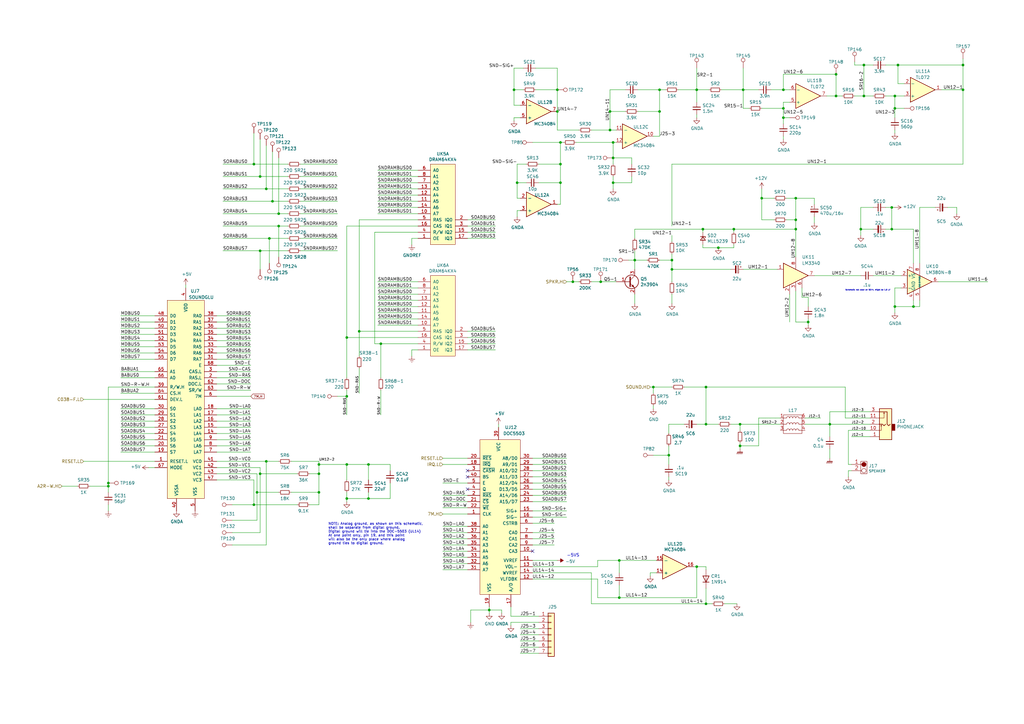
<source format=kicad_sch>
(kicad_sch (version 20211123) (generator eeschema)
  (paper "A3")
  (title_block (title "Sound") (rev "2") (company "bald.ee/bitpreserve") (comment 1 "ROM3 / 1 Mb IIgs") (comment 2 "Redrawn by james@baldengineer"))
  (junction (at 312.42 81.28))
  (junction (at 326.39 90.17))
  (junction (at 229.87 58.42))
  (junction (at 251.46 64.77))
  (junction (at 267.97 158.75))
  (junction (at 142.24 190.5))
  (junction (at 275.59 110.49))
  (junction (at 106.68 102.87))
  (junction (at 104.14 67.31))
  (junction (at 260.35 106.68))
  (junction (at 234.95 115.57))
  (junction (at 212.09 74.93))
  (junction (at 321.31 44.45))
  (junction (at 156.21 140.97))
  (junction (at 274.32 186.69))
  (junction (at 142.24 204.47))
  (junction (at 130.81 201.93))
  (junction (at 251.46 74.93))
  (junction (at 109.22 189.23))
  (junction (at 270.51 36.83))
  (junction (at 353.06 93.98))
  (junction (at 228.6 45.72))
  (junction (at 229.87 74.93))
  (junction (at 394.97 36.83))
  (junction (at 367.03 44.45))
  (junction (at 106.68 72.39))
  (junction (at 368.3 26.67))
  (junction (at 342.9 39.37))
  (junction (at 289.56 173.99))
  (junction (at 289.56 158.75))
  (junction (at 288.29 93.98))
  (junction (at 147.32 135.89))
  (junction (at 106.68 194.31))
  (junction (at 285.75 232.41))
  (junction (at 326.39 93.98))
  (junction (at 374.65 125.73))
  (junction (at 285.75 36.83))
  (junction (at 44.45 199.39))
  (junction (at 289.56 247.65))
  (junction (at 250.19 53.34))
  (junction (at 321.31 36.83))
  (junction (at 367.03 125.73))
  (junction (at 394.97 26.67))
  (junction (at 321.31 48.26))
  (junction (at 110.49 97.79))
  (junction (at 109.22 77.47))
  (junction (at 229.87 67.31))
  (junction (at 303.53 173.99))
  (junction (at 342.9 30.48))
  (junction (at 228.6 36.83))
  (junction (at 275.59 106.68))
  (junction (at 326.39 81.28))
  (junction (at 142.24 162.56))
  (junction (at 250.19 45.72))
  (junction (at 210.82 36.83))
  (junction (at 300.99 93.98))
  (junction (at 114.3 87.63))
  (junction (at 142.24 138.43))
  (junction (at 270.51 45.72))
  (junction (at 354.33 26.67))
  (junction (at 111.76 82.55))
  (junction (at 367.03 39.37))
  (junction (at 365.76 93.98))
  (junction (at 354.33 39.37))
  (junction (at 151.13 190.5))
  (junction (at 151.13 204.47))
  (junction (at 105.41 201.93))
  (junction (at 294.64 101.6))
  (junction (at 303.53 182.88))
  (junction (at 104.14 207.01))
  (junction (at 340.36 173.99))
  (junction (at 331.47 132.08))
  (junction (at 246.38 115.57))
  (junction (at 254 229.87))
  (junction (at 251.46 58.42))
  (junction (at 365.76 85.09))
  (junction (at 130.81 190.5))
  (junction (at 200.66 250.19))
  (junction (at 304.8 36.83))
  (junction (at 254 245.11))
  (junction (at 44.45 198.12))
  (junction (at 130.81 194.31))
  (junction (at 114.3 92.71))
  (no_connect (at 191.77 195.58))
  (no_connect (at 218.44 226.06))
  (no_connect (at 191.77 200.66))
  (no_connect (at 191.77 193.04))
  (wire (pts (xy 227.33 223.52) (xy 218.44 223.52)))
  (wire (pts (xy 171.45 128.27) (xy 154.94 128.27)))
  (wire (pts (xy 289.56 241.3) (xy 289.56 247.65)))
  (wire (pts (xy 210.82 36.83) (xy 214.63 36.83)))
  (wire (pts (xy 160.02 193.04) (xy 160.02 190.5)))
  (wire (pts (xy 218.44 218.44) (xy 227.33 218.44)))
  (wire (pts (xy 218.44 234.95) (xy 242.57 234.95)))
  (wire (pts (xy 358.14 113.03) (xy 369.57 113.03)))
  (wire (pts (xy 49.53 177.8) (xy 63.5 177.8)))
  (wire (pts (xy 91.44 67.31) (xy 104.14 67.31)))
  (wire (pts (xy 110.49 107.95) (xy 110.49 97.79)))
  (wire (pts (xy 218.44 237.49) (xy 245.11 237.49)))
  (wire (pts (xy 44.45 207.01) (xy 44.45 209.55)))
  (wire (pts (xy 218.44 232.41) (xy 245.11 232.41)))
  (wire (pts (xy 367.03 44.45) (xy 370.84 44.45)))
  (wire (pts (xy 104.14 207.01) (xy 104.14 196.85)))
  (wire (pts (xy 285.75 245.11) (xy 285.75 232.41)))
  (wire (pts (xy 119.38 201.93) (xy 130.81 201.93)))
  (wire (pts (xy 171.45 85.09) (xy 154.94 85.09)))
  (wire (pts (xy 374.65 107.95) (xy 374.65 93.98)))
  (wire (pts (xy 49.53 129.54) (xy 63.5 129.54)))
  (wire (pts (xy 88.9 167.64) (xy 102.87 167.64)))
  (wire (pts (xy 142.24 190.5) (xy 130.81 190.5)))
  (wire (pts (xy 88.9 137.16) (xy 102.87 137.16)))
  (wire (pts (xy 228.6 27.94) (xy 228.6 36.83)))
  (wire (pts (xy 63.5 191.77) (xy 60.96 191.77)))
  (wire (pts (xy 312.42 90.17) (xy 312.42 81.28)))
  (wire (pts (xy 88.9 191.77) (xy 106.68 191.77)))
  (wire (pts (xy 328.93 118.11) (xy 328.93 121.92)))
  (wire (pts (xy 303.53 181.61) (xy 303.53 182.88)))
  (wire (pts (xy 267.97 186.69) (xy 274.32 186.69)))
  (wire (pts (xy 88.9 154.94) (xy 102.87 154.94)))
  (wire (pts (xy 114.3 201.93) (xy 105.41 201.93)))
  (wire (pts (xy 289.56 173.99) (xy 294.64 173.99)))
  (wire (pts (xy 251.46 74.93) (xy 251.46 72.39)))
  (wire (pts (xy 91.44 82.55) (xy 111.76 82.55)))
  (wire (pts (xy 88.9 185.42) (xy 102.87 185.42)))
  (wire (pts (xy 44.45 158.75) (xy 63.5 158.75)))
  (wire (pts (xy 218.44 205.74) (xy 232.41 205.74)))
  (wire (pts (xy 215.9 74.93) (xy 212.09 74.93)))
  (wire (pts (xy 213.36 81.28) (xy 212.09 81.28)))
  (wire (pts (xy 44.45 198.12) (xy 44.45 199.39)))
  (wire (pts (xy 171.45 82.55) (xy 154.94 82.55)))
  (wire (pts (xy 191.77 203.2) (xy 181.61 203.2)))
  (wire (pts (xy 203.2 97.79) (xy 191.77 97.79)))
  (wire (pts (xy 300.99 93.98) (xy 288.29 93.98)))
  (wire (pts (xy 369.57 118.11) (xy 367.03 118.11)))
  (wire (pts (xy 130.81 194.31) (xy 130.81 190.5)))
  (wire (pts (xy 212.09 86.36) (xy 212.09 88.9)))
  (wire (pts (xy 311.15 182.88) (xy 303.53 182.88)))
  (wire (pts (xy 260.35 106.68) (xy 260.35 110.49)))
  (wire (pts (xy 88.9 170.18) (xy 102.87 170.18)))
  (wire (pts (xy 347.98 176.53) (xy 356.87 176.53)))
  (wire (pts (xy 191.77 220.98) (xy 181.61 220.98)))
  (wire (pts (xy 123.19 82.55) (xy 138.43 82.55)))
  (wire (pts (xy 160.02 198.12) (xy 160.02 204.47)))
  (wire (pts (xy 114.3 92.71) (xy 118.11 92.71)))
  (wire (pts (xy 191.77 226.06) (xy 181.61 226.06)))
  (wire (pts (xy 267.97 158.75) (xy 267.97 161.29)))
  (wire (pts (xy 105.41 213.36) (xy 105.41 201.93)))
  (wire (pts (xy 106.68 102.87) (xy 118.11 102.87)))
  (wire (pts (xy 218.44 193.04) (xy 232.41 193.04)))
  (wire (pts (xy 363.22 85.09) (xy 365.76 85.09)))
  (wire (pts (xy 321.31 44.45) (xy 321.31 48.26)))
  (wire (pts (xy 323.85 48.26) (xy 321.31 48.26)))
  (wire (pts (xy 251.46 58.42) (xy 251.46 64.77)))
  (wire (pts (xy 171.45 120.65) (xy 154.94 120.65)))
  (wire (pts (xy 285.75 173.99) (xy 289.56 173.99)))
  (wire (pts (xy 299.72 173.99) (xy 303.53 173.99)))
  (wire (pts (xy 388.62 85.09) (xy 392.43 85.09)))
  (wire (pts (xy 121.92 207.01) (xy 104.14 207.01)))
  (wire (pts (xy 257.81 106.68) (xy 260.35 106.68)))
  (wire (pts (xy 252.73 58.42) (xy 251.46 58.42)))
  (wire (pts (xy 210.82 48.26) (xy 210.82 49.53)))
  (wire (pts (xy 303.53 182.88) (xy 303.53 184.15)))
  (wire (pts (xy 88.9 182.88) (xy 102.87 182.88)))
  (wire (pts (xy 218.44 209.55) (xy 232.41 209.55)))
  (wire (pts (xy 394.97 26.67) (xy 394.97 36.83)))
  (wire (pts (xy 105.41 201.93) (xy 105.41 194.31)))
  (wire (pts (xy 106.68 72.39) (xy 118.11 72.39)))
  (wire (pts (xy 288.29 101.6) (xy 294.64 101.6)))
  (wire (pts (xy 212.09 67.31) (xy 215.9 67.31)))
  (wire (pts (xy 191.77 190.5) (xy 181.61 190.5)))
  (wire (pts (xy 88.9 144.78) (xy 102.87 144.78)))
  (wire (pts (xy 88.9 189.23) (xy 109.22 189.23)))
  (wire (pts (xy 49.53 182.88) (xy 63.5 182.88)))
  (wire (pts (xy 95.25 213.36) (xy 105.41 213.36)))
  (wire (pts (xy 261.62 36.83) (xy 270.51 36.83)))
  (wire (pts (xy 109.22 223.52) (xy 109.22 189.23)))
  (wire (pts (xy 130.81 201.93) (xy 130.81 194.31)))
  (wire (pts (xy 334.01 88.9) (xy 334.01 91.44)))
  (wire (pts (xy 303.53 173.99) (xy 320.04 173.99)))
  (wire (pts (xy 275.59 96.52) (xy 275.59 99.06)))
  (wire (pts (xy 347.98 176.53) (xy 347.98 190.5)))
  (wire (pts (xy 219.71 27.94) (xy 228.6 27.94)))
  (wire (pts (xy 49.53 147.32) (xy 63.5 147.32)))
  (wire (pts (xy 363.22 93.98) (xy 365.76 93.98)))
  (wire (pts (xy 209.55 248.92) (xy 209.55 252.73)))
  (wire (pts (xy 49.53 175.26) (xy 63.5 175.26)))
  (wire (pts (xy 374.65 93.98) (xy 365.76 93.98)))
  (wire (pts (xy 213.36 260.35) (xy 220.98 260.35)))
  (wire (pts (xy 213.36 267.97) (xy 220.98 267.97)))
  (wire (pts (xy 237.49 53.34) (xy 228.6 53.34)))
  (wire (pts (xy 354.33 26.67) (xy 358.14 26.67)))
  (wire (pts (xy 181.61 228.6) (xy 191.77 228.6)))
  (wire (pts (xy 88.9 147.32) (xy 102.87 147.32)))
  (wire (pts (xy 106.68 110.49) (xy 106.68 102.87)))
  (wire (pts (xy 394.97 24.13) (xy 394.97 26.67)))
  (wire (pts (xy 256.54 36.83) (xy 250.19 36.83)))
  (wire (pts (xy 114.3 189.23) (xy 109.22 189.23)))
  (wire (pts (xy 104.14 54.61) (xy 104.14 67.31)))
  (wire (pts (xy 254 245.11) (xy 285.75 245.11)))
  (wire (pts (xy 367.03 53.34) (xy 367.03 54.61)))
  (wire (pts (xy 147.32 135.89) (xy 147.32 146.05)))
  (wire (pts (xy 142.24 204.47) (xy 142.24 205.74)))
  (wire (pts (xy 111.76 82.55) (xy 118.11 82.55)))
  (wire (pts (xy 377.19 125.73) (xy 374.65 125.73)))
  (wire (pts (xy 88.9 152.4) (xy 102.87 152.4)))
  (wire (pts (xy 228.6 36.83) (xy 228.6 45.72)))
  (wire (pts (xy 49.53 152.4) (xy 63.5 152.4)))
  (wire (pts (xy 342.9 39.37) (xy 345.44 39.37)))
  (wire (pts (xy 218.44 198.12) (xy 232.41 198.12)))
  (wire (pts (xy 242.57 115.57) (xy 246.38 115.57)))
  (wire (pts (xy 321.31 36.83) (xy 321.31 30.48)))
  (wire (pts (xy 274.32 186.69) (xy 274.32 190.5)))
  (wire (pts (xy 220.98 74.93) (xy 229.87 74.93)))
  (wire (pts (xy 326.39 93.98) (xy 326.39 105.41)))
  (wire (pts (xy 213.36 265.43) (xy 220.98 265.43)))
  (wire (pts (xy 171.45 133.35) (xy 154.94 133.35)))
  (wire (pts (xy 290.83 36.83) (xy 285.75 36.83)))
  (wire (pts (xy 349.25 179.07) (xy 356.87 179.07)))
  (wire (pts (xy 245.11 245.11) (xy 254 245.11)))
  (wire (pts (xy 171.45 74.93) (xy 154.94 74.93)))
  (wire (pts (xy 384.81 115.57) (xy 405.13 115.57)))
  (wire (pts (xy 110.49 97.79) (xy 118.11 97.79)))
  (wire (pts (xy 386.08 36.83) (xy 394.97 36.83)))
  (wire (pts (xy 200.66 250.19) (xy 205.74 250.19)))
  (wire (pts (xy 171.45 95.25) (xy 153.67 95.25)))
  (wire (pts (xy 368.3 26.67) (xy 368.3 34.29)))
  (wire (pts (xy 191.77 215.9) (xy 181.61 215.9)))
  (wire (pts (xy 171.45 118.11) (xy 154.94 118.11)))
  (wire (pts (xy 49.53 139.7) (xy 63.5 139.7)))
  (wire (pts (xy 49.53 172.72) (xy 63.5 172.72)))
  (wire (pts (xy 49.53 180.34) (xy 63.5 180.34)))
  (wire (pts (xy 232.41 115.57) (xy 234.95 115.57)))
  (wire (pts (xy 259.08 74.93) (xy 251.46 74.93)))
  (wire (pts (xy 88.9 194.31) (xy 105.41 194.31)))
  (wire (pts (xy 328.93 121.92) (xy 331.47 121.92)))
  (wire (pts (xy 88.9 172.72) (xy 102.87 172.72)))
  (wire (pts (xy 285.75 36.83) (xy 285.75 27.94)))
  (wire (pts (xy 377.19 85.09) (xy 383.54 85.09)))
  (wire (pts (xy 252.73 53.34) (xy 250.19 53.34)))
  (wire (pts (xy 147.32 151.13) (xy 147.32 161.29)))
  (wire (pts (xy 260.35 106.68) (xy 265.43 106.68)))
  (wire (pts (xy 49.53 154.94) (xy 63.5 154.94)))
  (wire (pts (xy 340.36 184.15) (xy 340.36 187.96)))
  (wire (pts (xy 210.82 36.83) (xy 210.82 27.94)))
  (wire (pts (xy 218.44 229.87) (xy 228.6 229.87)))
  (wire (pts (xy 289.56 247.65) (xy 292.1 247.65)))
  (wire (pts (xy 142.24 162.56) (xy 142.24 170.18)))
  (wire (pts (xy 354.33 39.37) (xy 354.33 26.67)))
  (wire (pts (xy 218.44 190.5) (xy 232.41 190.5)))
  (wire (pts (xy 312.42 44.45) (xy 321.31 44.45)))
  (wire (pts (xy 123.19 97.79) (xy 138.43 97.79)))
  (wire (pts (xy 123.19 72.39) (xy 138.43 72.39)))
  (wire (pts (xy 267.97 55.88) (xy 270.51 55.88)))
  (wire (pts (xy 261.62 45.72) (xy 270.51 45.72)))
  (wire (pts (xy 339.09 39.37) (xy 342.9 39.37)))
  (wire (pts (xy 374.65 125.73) (xy 374.65 123.19)))
  (wire (pts (xy 205.74 250.19) (xy 205.74 251.46)))
  (wire (pts (xy 44.45 199.39) (xy 44.45 201.93)))
  (wire (pts (xy 260.35 93.98) (xy 288.29 93.98)))
  (wire (pts (xy 160.02 204.47) (xy 151.13 204.47)))
  (wire (pts (xy 123.19 67.31) (xy 138.43 67.31)))
  (wire (pts (xy 304.8 27.94) (xy 304.8 36.83)))
  (wire (pts (xy 220.98 67.31) (xy 229.87 67.31)))
  (wire (pts (xy 392.43 85.09) (xy 392.43 87.63)))
  (wire (pts (xy 300.99 93.98) (xy 326.39 93.98)))
  (wire (pts (xy 76.2 116.84) (xy 76.2 118.11)))
  (wire (pts (xy 275.59 67.31) (xy 394.97 67.31)))
  (wire (pts (xy 218.44 200.66) (xy 232.41 200.66)))
  (wire (pts (xy 220.98 255.27) (xy 209.55 255.27)))
  (wire (pts (xy 347.98 193.04) (xy 347.98 195.58)))
  (wire (pts (xy 106.68 57.15) (xy 106.68 72.39)))
  (wire (pts (xy 168.91 97.79) (xy 168.91 100.33)))
  (wire (pts (xy 91.44 77.47) (xy 109.22 77.47)))
  (wire (pts (xy 91.44 92.71) (xy 114.3 92.71)))
  (wire (pts (xy 367.03 48.26) (xy 367.03 44.45)))
  (wire (pts (xy 156.21 160.02) (xy 156.21 170.18)))
  (wire (pts (xy 300.99 95.25) (xy 300.99 93.98)))
  (wire (pts (xy 354.33 39.37) (xy 358.14 39.37)))
  (wire (pts (xy 130.81 190.5) (xy 130.81 189.23)))
  (wire (pts (xy 91.44 102.87) (xy 106.68 102.87)))
  (wire (pts (xy 88.9 157.48) (xy 102.87 157.48)))
  (wire (pts (xy 88.9 132.08) (xy 102.87 132.08)))
  (wire (pts (xy 151.13 196.85) (xy 151.13 190.5)))
  (wire (pts (xy 353.06 96.52) (xy 353.06 93.98)))
  (wire (pts (xy 168.91 143.51) (xy 168.91 146.05)))
  (wire (pts (xy 156.21 140.97) (xy 171.45 140.97)))
  (wire (pts (xy 288.29 100.33) (xy 288.29 101.6)))
  (wire (pts (xy 394.97 67.31) (xy 394.97 36.83)))
  (wire (pts (xy 147.32 90.17) (xy 147.32 135.89)))
  (wire (pts (xy 213.36 86.36) (xy 212.09 86.36)))
  (wire (pts (xy 88.9 160.02) (xy 102.87 160.02)))
  (wire (pts (xy 191.77 135.89) (xy 203.2 135.89)))
  (wire (pts (xy 219.71 36.83) (xy 228.6 36.83)))
  (wire (pts (xy 346.71 171.45) (xy 356.87 171.45)))
  (wire (pts (xy 191.77 95.25) (xy 203.2 95.25)))
  (wire (pts (xy 191.77 140.97) (xy 203.2 140.97)))
  (wire (pts (xy 171.45 115.57) (xy 154.94 115.57)))
  (wire (pts (xy 266.7 234.95) (xy 269.24 234.95)))
  (wire (pts (xy 275.59 120.65) (xy 275.59 124.46)))
  (wire (pts (xy 307.34 44.45) (xy 304.8 44.45)))
  (wire (pts (xy 34.29 163.83) (xy 63.5 163.83)))
  (wire (pts (xy 200.66 248.92) (xy 200.66 250.19)))
  (wire (pts (xy 367.03 125.73) (xy 374.65 125.73)))
  (wire (pts (xy 203.2 138.43) (xy 191.77 138.43)))
  (wire (pts (xy 275.59 104.14) (xy 275.59 106.68)))
  (wire (pts (xy 278.13 36.83) (xy 285.75 36.83)))
  (wire (pts (xy 363.22 26.67) (xy 368.3 26.67)))
  (wire (pts (xy 212.09 81.28) (xy 212.09 74.93)))
  (wire (pts (xy 191.77 205.74) (xy 181.61 205.74)))
  (wire (pts (xy 365.76 93.98) (xy 365.76 85.09)))
  (wire (pts (xy 104.14 67.31) (xy 118.11 67.31)))
  (wire (pts (xy 88.9 139.7) (xy 102.87 139.7)))
  (wire (pts (xy 218.44 214.63) (xy 227.33 214.63)))
  (wire (pts (xy 193.04 250.19) (xy 200.66 250.19)))
  (wire (pts (xy 346.71 158.75) (xy 346.71 171.45)))
  (wire (pts (xy 274.32 182.88) (xy 274.32 186.69)))
  (wire (pts (xy 88.9 162.56) (xy 102.87 162.56)))
  (wire (pts (xy 350.52 26.67) (xy 350.52 25.4)))
  (wire (pts (xy 349.25 190.5) (xy 347.98 190.5)))
  (wire (pts (xy 181.61 233.68) (xy 191.77 233.68)))
  (wire (pts (xy 304.8 36.83) (xy 311.15 36.83)))
  (wire (pts (xy 250.19 45.72) (xy 256.54 45.72)))
  (wire (pts (xy 250.19 53.34) (xy 242.57 53.34)))
  (wire (pts (xy 260.35 102.87) (xy 260.35 106.68)))
  (wire (pts (xy 213.36 262.89) (xy 220.98 262.89)))
  (wire (pts (xy 218.44 212.09) (xy 232.41 212.09)))
  (wire (pts (xy 171.45 69.85) (xy 154.94 69.85)))
  (wire (pts (xy 228.6 83.82) (xy 229.87 83.82)))
  (wire (pts (xy 285.75 41.91) (xy 285.75 36.83)))
  (wire (pts (xy 209.55 252.73) (xy 220.98 252.73)))
  (wire (pts (xy 49.53 185.42) (xy 63.5 185.42)))
  (wire (pts (xy 218.44 58.42) (xy 229.87 58.42)))
  (wire (pts (xy 191.77 90.17) (xy 203.2 90.17)))
  (wire (pts (xy 210.82 27.94) (xy 214.63 27.94)))
  (wire (pts (xy 358.14 85.09) (xy 353.06 85.09)))
  (wire (pts (xy 353.06 93.98) (xy 358.14 93.98)))
  (wire (pts (xy 280.67 158.75) (xy 289.56 158.75)))
  (wire (pts (xy 171.45 80.01) (xy 154.94 80.01)))
  (wire (pts (xy 229.87 58.42) (xy 231.14 58.42)))
  (wire (pts (xy 326.39 132.08) (xy 331.47 132.08)))
  (wire (pts (xy 171.45 97.79) (xy 168.91 97.79)))
  (wire (pts (xy 220.98 257.81) (xy 213.36 257.81)))
  (wire (pts (xy 153.67 140.97) (xy 156.21 140.97)))
  (wire (pts (xy 127 207.01) (xy 130.81 207.01)))
  (wire (pts (xy 109.22 77.47) (xy 118.11 77.47)))
  (wire (pts (xy 245.11 232.41) (xy 245.11 229.87)))
  (wire (pts (xy 171.45 90.17) (xy 147.32 90.17)))
  (wire (pts (xy 229.87 83.82) (xy 229.87 74.93)))
  (wire (pts (xy 274.32 195.58) (xy 274.32 196.85)))
  (wire (pts (xy 322.58 90.17) (xy 326.39 90.17)))
  (wire (pts (xy 340.36 168.91) (xy 340.36 173.99)))
  (wire (pts (xy 242.57 234.95) (xy 242.57 247.65)))
  (wire (pts (xy 284.48 232.41) (xy 285.75 232.41)))
  (wire (pts (xy 288.29 95.25) (xy 288.29 93.98)))
  (wire (pts (xy 353.06 85.09) (xy 353.06 93.98)))
  (wire (pts (xy 88.9 134.62) (xy 102.87 134.62)))
  (wire (pts (xy 91.44 72.39) (xy 106.68 72.39)))
  (wire (pts (xy 171.45 125.73) (xy 154.94 125.73)))
  (wire (pts (xy 342.9 30.48) (xy 342.9 39.37)))
  (wire (pts (xy 123.19 102.87) (xy 138.43 102.87)))
  (wire (pts (xy 200.66 250.19) (xy 200.66 251.46)))
  (wire (pts (xy 212.09 74.93) (xy 212.09 67.31)))
  (wire (pts (xy 121.92 194.31) (xy 106.68 194.31)))
  (wire (pts (xy 311.15 171.45) (xy 311.15 182.88)))
  (wire (pts (xy 331.47 130.81) (xy 331.47 132.08)))
  (wire (pts (xy 142.24 196.85) (xy 142.24 190.5)))
  (wire (pts (xy 142.24 92.71) (xy 142.24 138.43)))
  (wire (pts (xy 88.9 196.85) (xy 104.14 196.85)))
  (wire (pts (xy 251.46 77.47) (xy 251.46 74.93)))
  (wire (pts (xy 191.77 187.96) (xy 181.61 187.96)))
  (wire (pts (xy 49.53 142.24) (xy 63.5 142.24)))
  (wire (pts (xy 331.47 132.08) (xy 331.47 133.35)))
  (wire (pts (xy 171.45 123.19) (xy 154.94 123.19)))
  (wire (pts (xy 259.08 64.77) (xy 251.46 64.77)))
  (wire (pts (xy 321.31 48.26) (xy 321.31 50.8)))
  (wire (pts (xy 209.55 255.27) (xy 209.55 256.54)))
  (wire (pts (xy 234.95 115.57) (xy 237.49 115.57)))
  (wire (pts (xy 321.31 41.91) (xy 321.31 44.45)))
  (wire (pts (xy 377.19 123.19) (xy 377.19 125.73)))
  (wire (pts (xy 91.44 87.63) (xy 114.3 87.63)))
  (wire (pts (xy 367.03 118.11) (xy 367.03 125.73)))
  (wire (pts (xy 312.42 81.28) (xy 317.5 81.28)))
  (wire (pts (xy 254 234.95) (xy 254 229.87)))
  (wire (pts (xy 123.19 77.47) (xy 138.43 77.47)))
  (wire (pts (xy 266.7 234.95) (xy 266.7 236.22)))
  (wire (pts (xy 267.97 166.37) (xy 267.97 167.64)))
  (wire (pts (xy 49.53 132.08) (xy 63.5 132.08)))
  (wire (pts (xy 303.53 173.99) (xy 303.53 176.53)))
  (wire (pts (xy 350.52 39.37) (xy 354.33 39.37)))
  (wire (pts (xy 260.35 97.79) (xy 260.35 93.98)))
  (wire (pts (xy 250.19 36.83) (xy 250.19 45.72)))
  (wire (pts (xy 326.39 90.17) (xy 326.39 81.28)))
  (wire (pts (xy 88.9 142.24) (xy 102.87 142.24)))
  (wire (pts (xy 142.24 160.02) (xy 142.24 162.56)))
  (wire (pts (xy 285.75 46.99) (xy 285.75 48.26)))
  (wire (pts (xy 49.53 144.78) (xy 63.5 144.78)))
  (wire (pts (xy 171.45 72.39) (xy 154.94 72.39)))
  (wire (pts (xy 254 240.03) (xy 254 245.11)))
  (wire (pts (xy 316.23 36.83) (xy 321.31 36.83)))
  (wire (pts (xy 270.51 55.88) (xy 270.51 45.72)))
  (wire (pts (xy 49.53 161.29) (xy 63.5 161.29)))
  (wire (pts (xy 275.59 106.68) (xy 275.59 110.49)))
  (wire (pts (xy 311.15 171.45) (xy 320.04 171.45)))
  (wire (pts (xy 218.44 195.58) (xy 232.41 195.58)))
  (wire (pts (xy 349.25 193.04) (xy 347.98 193.04)))
  (wire (pts (xy 123.19 92.71) (xy 138.43 92.71)))
  (wire (pts (xy 142.24 190.5) (xy 151.13 190.5)))
  (wire (pts (xy 259.08 72.39) (xy 259.08 74.93)))
  (wire (pts (xy 213.36 48.26) (xy 210.82 48.26)))
  (wire (pts (xy 138.43 162.56) (xy 142.24 162.56)))
  (wire (pts (xy 340.36 173.99) (xy 340.36 179.07)))
  (wire (pts (xy 191.77 198.12) (xy 181.61 198.12)))
  (wire (pts (xy 114.3 64.77) (xy 114.3 87.63)))
  (wire (pts (xy 289.56 232.41) (xy 289.56 233.68)))
  (wire (pts (xy 250.19 45.72) (xy 250.19 53.34)))
  (wire (pts (xy 326.39 119.38) (xy 326.39 132.08)))
  (wire (pts (xy 323.85 120.65) (xy 323.85 132.08)))
  (wire (pts (xy 191.77 210.82) (xy 181.61 210.82)))
  (wire (pts (xy 63.5 189.23) (xy 34.29 189.23)))
  (wire (pts (xy 340.36 173.99) (xy 356.87 173.99)))
  (wire (pts (xy 365.76 85.09) (xy 367.03 85.09)))
  (wire (pts (xy 377.19 85.09) (xy 377.19 107.95)))
  (wire (pts (xy 350.52 26.67) (xy 354.33 26.67)))
  (wire (pts (xy 88.9 180.34) (xy 102.87 180.34)))
  (wire (pts (xy 114.3 87.63) (xy 118.11 87.63)))
  (wire (pts (xy 106.68 218.44) (xy 106.68 194.31)))
  (wire (pts (xy 289.56 158.75) (xy 289.56 173.99)))
  (wire (pts (xy 171.45 130.81) (xy 154.94 130.81)))
  (wire (pts (xy 109.22 59.69) (xy 109.22 77.47)))
  (wire (pts (xy 127 194.31) (xy 130.81 194.31)))
  (wire (pts (xy 123.19 87.63) (xy 138.43 87.63)))
  (wire (pts (xy 295.91 36.83) (xy 304.8 36.83)))
  (wire (pts (xy 31.75 199.39) (xy 25.4 199.39)))
  (wire (pts (xy 142.24 138.43) (xy 171.45 138.43)))
  (wire (pts (xy 285.75 232.41) (xy 289.56 232.41)))
  (wire (pts (xy 171.45 87.63) (xy 154.94 87.63)))
  (wire (pts (xy 218.44 203.2) (xy 232.41 203.2)))
  (wire (pts (xy 321.31 55.88) (xy 321.31 57.15)))
  (wire (pts (xy 312.42 77.47) (xy 312.42 81.28)))
  (wire (pts (xy 193.04 255.27) (xy 193.04 250.19)))
  (wire (pts (xy 273.05 36.83) (xy 270.51 36.83)))
  (wire (pts (xy 330.2 171.45) (xy 336.55 171.45)))
  (wire (pts (xy 181.61 231.14) (xy 191.77 231.14)))
  (wire (pts (xy 210.82 43.18) (xy 213.36 43.18)))
  (wire (pts (xy 334.01 81.28) (xy 326.39 81.28)))
  (wire (pts (xy 111.76 62.23) (xy 111.76 82.55)))
  (wire (pts (xy 363.22 39.37) (xy 367.03 39.37)))
  (wire (pts (xy 254 229.87) (xy 269.24 229.87)))
  (wire (pts (xy 151.13 204.47) (xy 142.24 204.47)))
  (wire (pts (xy 106.68 194.31) (xy 106.68 191.77)))
  (wire (pts (xy 245.11 237.49) (xy 245.11 245.11)))
  (wire (pts (xy 280.67 173.99) (xy 274.32 173.99)))
  (wire (pts (xy 340.36 168.91) (xy 356.87 168.91)))
  (wire (pts (xy 270.51 45.72) (xy 270.51 36.83)))
  (wire (pts (xy 151.13 190.5) (xy 160.02 190.5)))
  (wire (pts (xy 266.7 158.75) (xy 267.97 158.75)))
  (wire (pts (xy 274.32 173.99) (xy 274.32 177.8)))
  (wire (pts (xy 210.82 43.18) (xy 210.82 36.83)))
  (wire (pts (xy 171.45 92.71) (xy 142.24 92.71)))
  (wire (pts (xy 49.53 137.16) (xy 63.5 137.16)))
  (wire (pts (xy 191.77 223.52) (xy 181.61 223.52)))
  (wire (pts (xy 304.8 44.45) (xy 304.8 36.83)))
  (wire (pts (xy 260.35 120.65) (xy 260.35 124.46)))
  (wire (pts (xy 114.3 105.41) (xy 114.3 92.71)))
  (wire (pts (xy 218.44 220.98) (xy 227.33 220.98)))
  (wire (pts (xy 245.11 229.87) (xy 254 229.87)))
  (wire (pts (xy 95.25 218.44) (xy 106.68 218.44)))
  (wire (pts (xy 300.99 101.6) (xy 300.99 100.33)))
  (wire (pts (xy 151.13 201.93) (xy 151.13 204.47)))
  (wire (pts (xy 142.24 138.43) (xy 142.24 154.94)))
  (wire (pts (xy 340.36 173.99) (xy 330.2 173.99)))
  (wire (pts (xy 191.77 218.44) (xy 181.61 218.44)))
  (wire (pts (xy 251.46 58.42) (xy 236.22 58.42)))
  (wire (pts (xy 218.44 187.96) (xy 232.41 187.96)))
  (wire (pts (xy 275.59 158.75) (xy 267.97 158.75)))
  (wire (pts (xy 367.03 128.27) (xy 367.03 125.73)))
  (wire (pts (xy 153.67 95.25) (xy 153.67 140.97)))
  (wire (pts (xy 130.81 207.01) (xy 130.81 201.93)))
  (wire (pts (xy 242.57 247.65) (xy 289.56 247.65)))
  (wire (pts (xy 367.03 44.45) (xy 367.03 39.37)))
  (wire (pts (xy 289.56 158.75) (xy 346.71 158.75)))
  (wire (pts (xy 304.8 110.49) (xy 318.77 110.49)))
  (wire (pts (xy 334.01 83.82) (xy 334.01 81.28)))
  (wire (pts (xy 203.2 92.71) (xy 191.77 92.71)))
  (wire (pts (xy 275.59 110.49) (xy 299.72 110.49)))
  (wire (pts (xy 259.08 67.31) (xy 259.08 64.77)))
  (wire (pts (xy 171.45 143.51) (xy 168.91 143.51)))
  (wire (pts (xy 95.25 223.52) (xy 109.22 223.52)))
  (wire (pts (xy 228.6 53.34) (xy 228.6 45.72)))
  (wire (pts (xy 88.9 149.86) (xy 102.87 149.86)))
  (wire (pts (xy 156.21 154.94) (xy 156.21 140.97)))
  (wire (pts (xy 275.59 67.31) (xy 275.59 92.71)))
  (wire (pts (xy 297.18 247.65) (xy 302.26 247.65)))
  (wire (pts (xy 229.87 67.31) (xy 229.87 58.42)))
  (wire (pts (xy 88.9 177.8) (xy 102.87 177.8)))
  (wire (pts (xy 142.24 201.93) (xy 142.24 204.47)))
  (wire (pts (xy 326.39 90.17) (xy 326.39 93.98)))
  (wire (pts (xy 368.3 26.67) (xy 394.97 26.67)))
  (wire (pts (xy 88.9 129.54) (xy 102.87 129.54)))
  (wire (pts (xy 323.85 41.91) (xy 321.31 41.91)))
  (wire (pts (xy 229.87 74.93) (xy 229.87 67.31)))
  (wire (pts (xy 171.45 77.47) (xy 154.94 77.47)))
  (wire (pts (xy 246.38 115.57) (xy 252.73 115.57)))
  (wire (pts (xy 191.77 208.28) (xy 181.61 208.28)))
  (wire (pts (xy 353.06 113.03) (xy 334.01 113.03)))
  (wire (pts (xy 147.32 135.89) (xy 171.45 135.89)))
  (wire (pts (xy 95.25 207.01) (xy 104.14 207.01)))
  (wire (pts (xy 326.39 81.28) (xy 322.58 81.28)))
  (wire (pts (xy 203.2 143.51) (xy 191.77 143.51)))
  (wire (pts (xy 321.31 30.48) (xy 342.9 30.48)))
  (wire (pts (xy 49.53 170.18) (xy 63.5 170.18)))
  (wire (pts (xy 368.3 34.29) (xy 370.84 34.29)))
  (wire (pts (xy 367.03 39.37) (xy 370.84 39.37)))
  (wire (pts (xy 251.46 64.77) (xy 251.46 67.31)))
  (wire (pts (xy 204.47 173.99) (xy 204.47 175.26)))
  (wire (pts (xy 49.53 167.64) (xy 63.5 167.64)))
  (wire (pts (xy 331.47 125.73) (xy 331.47 121.92)))
  (wire (pts (xy 275.59 110.49) (xy 275.59 115.57)))
  (wire (pts (xy 294.64 101.6) (xy 300.99 101.6)))
  (wire (pts (xy 130.81 189.23) (xy 119.38 189.23)))
  (wire (pts (xy 49.53 134.62) (xy 63.5 134.62)))
  (wire (pts (xy 270.51 106.68) (xy 275.59 106.68)))
  (wire (pts (xy 312.42 90.17) (xy 317.5 90.17)))
  (wire (pts (xy 323.85 36.83) (xy 321.31 36.83)))
  (wire (pts (xy 91.44 97.79) (xy 110.49 97.79)))
  (wire (pts (xy 44.45 158.75) (xy 44.45 198.12)))
  (wire (pts (xy 36.83 199.39) (xy 44.45 199.39)))
  (wire (pts (xy 88.9 175.26) (xy 102.87 175.26)))
  (text "-5VS" (at 232.41 228.6 0) (effects (font (size 1.27 1.27)) (justify left bottom)))
  (text "NOTE: Analog ground, as shown on this schematic,\nshall be separate from digital ground.\nDigital ground will tie into the DOC-5503 (UL14)\nAt one point only, pin 19, and this point \nwill also be the only place where analog\nground ties to digital ground." (at 134.62 223.52 0) (effects (font (size 0.9906 0.9906)) (justify left bottom)))
  (text "Schematic not clear on SC44, might be 1.0 uF" (at 346.71 119.38 0) (effects (font (size 0.508 0.508)) (justify left bottom)))
  (label "SNDRAMBUSD0" (at 154.94 74.93 0))
  (label "SND-LA6" (at 181.61 231.14 0))
  (label "SORABUS4" (at 102.87 139.7 180))
  (label "SR2-1" (at 285.75 31.75 0))
  (label "SNDRAMBUSD0" (at 154.94 120.65 0))
  (label "SNDRAMBUSD1" (at 154.94 128.27 0))
  (label "SNDRAMBUSD1" (at 154.94 118.11 0))
  (label "SNDRAMBUSD0" (at 154.94 125.73 0))
  (label "SORABUS1" (at 102.87 132.08 180))
  (label "UL14-13" (at 227.33 232.41 180))
  (label "J25-3" (at 270.51 55.88 0))
  (label "MDBUS3" (at 49.53 137.16 0))
  (label "SND-SIG+" (at 232.41 209.55 180))
  (label "J25-7" (at 227.33 223.52 180))
  (label "MDBUS7" (at 49.53 147.32 0))
  (label "SND-R-W" (at 156.21 170.18 90) (effects (font (size 0.9906 0.9906))))
  (label "J12-1" (at 336.55 171.45 180) (effects (font (size 0.9906 0.9906))))
  (label "SORABUS1" (at 91.44 72.39 0))
  (label "UM12-1" (at 314.96 110.49 180))
  (label "SND-SIG-" (at 232.41 212.09 180))
  (label "SND-RAS" (at 181.61 203.2 0))
  (label "J25-7" (at 213.36 267.97 0))
  (label "J25-5" (at 227.33 220.98 180))
  (label "SND-VC1" (at 102.87 191.77 180))
  (label "SORABUS5" (at 91.44 92.71 0))
  (label "SORABUS6" (at 102.87 144.78 180))
  (label "SND-SIG+" (at 210.82 27.94 180))
  (label "UN12-1" (at 275.59 96.52 180))
  (label "SNDRAMBUSD7" (at 138.43 102.87 180))
  (label "SND-LA3" (at 102.87 175.26 180))
  (label "UN12-1" (at 339.09 67.31 180))
  (label "MDBUS4" (at 49.53 139.7 0))
  (label "J25-1" (at 213.36 252.73 0))
  (label "SNDRAMBUSD1" (at 154.94 77.47 0))
  (label "SOADBUS5" (at 49.53 180.34 0))
  (label "SNDRAMBUSD5" (at 138.43 92.71 180))
  (label "UL14-14" (at 227.33 234.95 180))
  (label "SOADBUS2" (at 203.2 95.25 180))
  (label "J12-3" (at 349.25 168.91 0) (effects (font (size 0.9906 0.9906))))
  (label "SND-LA3" (at 181.61 223.52 0))
  (label "SOADBUS7" (at 203.2 143.51 180))
  (label "J12-10" (at 349.25 176.53 0) (effects (font (size 0.9906 0.9906))))
  (label "SNDRAMBUSD0" (at 154.94 69.85 0))
  (label "SND-LA0" (at 102.87 167.64 180))
  (label "J25-4" (at 213.36 260.35 0))
  (label "BABUS0" (at 49.53 154.94 0))
  (label "MDBUS6" (at 49.53 144.78 0))
  (label "SOADBUS1" (at 203.2 92.71 180))
  (label "SNDRAMBUSD1" (at 154.94 133.35 0))
  (label "SNDRAMBUSD1" (at 154.94 82.55 0))
  (label "UL14-12" (at 227.33 237.49 180))
  (label "SNDRAMBUSD0" (at 138.43 67.31 180))
  (label "SR15-1" (at 304.8 44.45 180))
  (label "SND-R-W" (at 102.87 160.02 180))
  (label "SR12-2" (at 312.42 173.99 0) (effects (font (size 0.9906 0.9906))))
  (label "SOADBUS4" (at 203.2 135.89 180))
  (label "SND-LA6" (at 102.87 182.88 180))
  (label "SORABUS0" (at 102.87 129.54 180))
  (label "SOADBUS5" (at 232.41 200.66 180))
  (label "J25-6" (at 213.36 265.43 0))
  (label "SND-LA4" (at 181.61 226.06 0))
  (label "SND-E" (at 102.87 149.86 180))
  (label "SND-VC3" (at 102.87 196.85 180))
  (label "J25-3" (at 213.36 257.81 0))
  (label "SNDRAMBUSD0" (at 154.94 130.81 0))
  (label "SND-SIG-" (at 212.09 67.31 180))
  (label "SOADBUS6" (at 203.2 140.97 180))
  (label "SND-LA2" (at 181.61 220.98 0))
  (label "SORABUS5" (at 102.87 142.24 180))
  (label "SND-R-W.H" (at 49.53 158.75 0))
  (label "UM12-7" (at 349.25 113.03 180))
  (label "SND-RAS" (at 142.24 170.18 90) (effects (font (size 0.9906 0.9906))))
  (label "SND-LA5" (at 181.61 228.6 0))
  (label "UM11-6" (at 405.13 115.57 180))
  (label "SND-DOC" (at 181.61 205.74 0))
  (label "UN12-3" (at 367.03 46.99 180))
  (label "SND-LA4" (at 102.87 177.8 180))
  (label "UM12-6" (at 328.93 121.92 0))
  (label "SND-LA0" (at 181.61 215.9 0))
  (label "BABUA1" (at 49.53 152.4 0))
  (label "UM12-2" (at 323.85 121.92 270))
  (label "SORABUS7" (at 91.44 102.87 0))
  (label "SND-DOC" (at 102.87 157.48 180))
  (label "J12-2" (at 349.25 173.99 0) (effects (font (size 0.9906 0.9906))))
  (label "SOADBUS3" (at 49.53 175.26 0))
  (label "SOADBUS2" (at 232.41 193.04 180))
  (label "UL14-13" (at 256.54 229.87 0))
  (label "J25-4" (at 227.33 218.44 180))
  (label "SOADBUS0" (at 232.41 187.96 180))
  (label "SOADBUS6" (at 232.41 203.2 180))
  (label "SOADBUS3" (at 203.2 97.79 180))
  (label "UN12-1" (at 275.59 92.71 0))
  (label "SND-LA5" (at 102.87 180.34 180))
  (label "SNDRAMBUSD1" (at 154.94 123.19 0))
  (label "SORABUS7" (at 102.87 147.32 180))
  (label "SR16-2" (at 354.33 29.21 270))
  (label "SNDRAMBUSD0" (at 154.94 80.01 0))
  (label "SORABUS3" (at 102.87 137.16 180))
  (label "SOADBUS7" (at 232.41 205.74 180))
  (label "UN12-6" (at 321.31 30.48 0))
  (label "SORABUS4" (at 91.44 87.63 0))
  (label "SORABUS6" (at 91.44 97.79 0))
  (label "MDBUS5" (at 49.53 142.24 0))
  (label "SOADBUS5" (at 203.2 138.43 180))
  (label "MDBUS1" (at 49.53 132.08 0))
  (label "SND-LA7" (at 181.61 233.68 0))
  (label "SND-LA1" (at 181.61 218.44 0))
  (label "SNDRAMBUSD0" (at 154.94 85.09 0))
  (label "SND-R-W" (at 181.61 208.28 0))
  (label "J25-5" (at 213.36 262.89 0))
  (label "MDBUS0" (at 49.53 129.54 0))
  (label "SND-E" (at 181.61 198.12 0))
  (label "SOADBUS0" (at 49.53 167.64 0))
  (label "SOADBUS6" (at 49.53 182.88 0))
  (label "UM12-2" (at 130.81 189.23 0) (effects (font (size 0.9906 0.9906))))
  (label "SND-VC0" (at 102.87 189.23 180))
  (label "SND-VC2" (at 102.87 194.31 180))
  (label "SORABUS2" (at 91.44 77.47 0))
  (label "SOADBUS2" (at 49.53 172.72 0))
  (label "UN14-7" (at 228.6 45.72 0))
  (label "SNDRAMBUSD2" (at 138.43 77.47 180))
  (label "UN12-5" (at 321.31 46.99 0))
  (label "SNDRAMBUSD1" (at 138.43 72.39 180))
  (label "SORABUS2" (at 102.87 134.62 180))
  (label "SNDRAMBUSD6" (at 138.43 97.79 180))
  (label "J12-11" (at 349.25 171.45 0) (effects (font (size 0.9906 0.9906))))
  (label "MDBUS2" (at 49.53 134.62 0))
  (label "SND-LA7" (at 102.87 185.42 180))
  (label "SND-LA2" (at 102.87 172.72 180))
  (label "SOADBUS1" (at 232.41 190.5 180))
  (label "SOADBUS3" (at 232.41 195.58 180))
  (label "SOADBUS1" (at 49.53 170.18 0))
  (label "SNDRAMBUSD1" (at 154.94 72.39 0))
  (label "SOADBUS7" (at 49.53 185.42 0))
  (label "SND-LA1" (at 102.87 170.18 180))
  (label "SNDRAMBUSD0" (at 154.94 115.57 0))
  (label "BABUA2" (at 49.53 161.29 0))
  (label "SOADBUS4" (at 49.53 177.8 0))
  (label "J25-6" (at 227.33 214.63 180))
  (label "SOADBUS0" (at 203.2 90.17 180))
  (label "UL14-12" (at 256.54 245.11 0))
  (label "SORABUS3" (at 91.44 82.55 0))
  (label "SND-RAS" (at 102.87 154.94 180))
  (label "SNDRAMBUSD1" (at 154.94 87.63 0))
  (label "UN12-1" (at 394.97 36.83 180))
  (label "SNDRAMBUSD4" (at 138.43 87.63 180))
  (label "SOADBUS4" (at 232.41 198.12 180))
  (label "UM11-2" (at 367.03 113.03 180))
  (label "SND-CAS" (at 102.87 152.4 180))
  (label "UN14-11" (at 250.19 49.53 90))
  (label "UM11-8" (at 377.19 93.98 270))
  (label "SNDRAMBUSD3" (at 138.43 82.55 180))
  (label "SND-RAS" (at 147.32 161.29 90) (effects (font (size 0.9906 0.9906))))
  (label "J12-1" (at 349.25 179.07 0) (effects (font (size 0.9906 0.9906))))
  (label "SR1-1" (at 260.35 104.14 180))
  (label "Q5-1" (at 247.65 115.57 0))
  (label "UM12-8" (at 326.39 97.79 270))
  (label "SORABUS0" (at 91.44 67.31 0))
  (label "UL14-14" (at 288.29 247.65 180))
  (global_label "7M.H" (shape input) (at 102.87 162.56 0) (effects (font (size 0.9906 0.9906))) (property "Intersheet References" "${INTERSHEET_REFS}" (effects hide)))
  (hierarchical_label "SPKR.H" (shape input) (at 232.41 115.57 180))
  (hierarchical_label "C038-F.L" (shape input) (at 34.29 163.83 180))
  (hierarchical_label "A2R-W.H" (shape input) (at 25.4 199.39 180))
  (hierarchical_label "7M.H" (shape input) (at 181.61 210.82 180))
  (hierarchical_label "SOUND.H" (shape input) (at 266.7 158.75 180))
  (hierarchical_label "RESET.L" (shape input) (at 181.61 187.96 180))
  (hierarchical_label "IRQ.L" (shape input) (at 181.61 190.5 180))
  (hierarchical_label "RESET.L" (shape input) (at 34.29 189.23 180))
  (symbol (lib_id "IIgs-Schematic-rescue:DOC5503-IIgs-Schematic") (at 204.47 212.09 0) (unit 1)
    (property "Reference" "UJ12" (at 209.55 175.26 0))
    (property "Value" "DOC5503" (at 210.82 177.8 0))
  )
  (symbol (lib_id "IIgs-Schematic:DRAM64KX4") (at 181.61 83.82 0) (unit 1)
    (property "Reference" "UK5" (at 181.61 63.119 0))
    (property "Value" "DRAM64KX4" (at 181.61 65.4304 0))
  )
  (symbol (lib_id "IIgs-Schematic:DRAM64KX4") (at 181.61 129.54 0) (unit 1)
    (property "Reference" "UK6" (at 181.61 108.839 0))
    (property "Value" "DRAM64KX4" (at 181.61 111.1504 0))
  )
  (symbol (lib_id "Connector_Generic:Conn_01x07") (at 226.06 260.35 0) (unit 1)
    (property "Reference" "J25" (at 224.79 248.92 0) (effects (justify left)))
    (property "Value" "M07" (effects hide))
  )
  (symbol (lib_id "IIgs-Schematic:SOUNDGLU") (at 76.2 162.56 0) (unit 1)
    (property "Reference" "UJ7" (at 80.01 119.38 0))
    (property "Value" "SOUNDGLU" (at 82.55 121.92 0))
  )
  (symbol (lib_id "IIgs-Schematic-rescue:M02-freetronics_schematic-IIgs-Schematic-rescue") (at 356.87 190.5 0) (unit 1)
    (property "Reference" "J17" (at 356.3112 191.0588 0) (effects (justify left)))
    (property "Value" "SPEAKER" (at 356.3112 193.1924 0) (effects (font (size 1.016 1.016)) (justify left)))
  )
  (symbol (lib_id "power:GNDREF") (at 80.01 209.55 0) (unit 1)
    (property "Reference" "#PWR0328" (effects hide))
    (property "Value" "GNDREF" (effects hide))
  )
  (symbol (lib_id "power:+5V") (at 60.96 191.77 90) (unit 1)
    (property "Reference" "#PWR0326" (effects hide))
    (property "Value" "+5V" (at 57.7088 191.389 90) (effects (justify left)))
  )
  (symbol (lib_id "Connector:TestPoint") (at 44.45 198.12 270) (unit 1)
    (property "Reference" "TP169" (at 49.2252 198.12 90) (effects (justify left)))
    (property "Value" "TestPoint" (effects hide))
  )
  (symbol (lib_id "Device:C_Small") (at 44.45 204.47 0) (unit 1)
    (property "Reference" "SC31" (at 46.7868 203.3016 0) (effects (justify left)))
    (property "Value" "56pF" (at 46.7868 205.613 0) (effects (justify left)))
  )
  (symbol (lib_id "Device:R_Small") (at 34.29 199.39 270) (unit 1)
    (property "Reference" "SR35" (at 34.29 196.85 90))
    (property "Value" "1K" (at 34.29 201.93 90))
  )
  (symbol (lib_id "power:GNDREF") (at 44.45 209.55 0) (unit 1)
    (property "Reference" "#PWR0325" (effects hide))
    (property "Value" "GNDREF" (effects hide))
  )
  (symbol (lib_id "power:+5V") (at 76.2 116.84 0) (unit 1)
    (property "Reference" "#PWR0329" (effects hide))
    (property "Value" "+5V" (at 76.581 112.4458 0))
  )
  (symbol (lib_id "Connector:TestPoint") (at 95.25 207.01 90) (unit 1)
    (property "Reference" "TP130" (at 93.4212 204.3938 90))
    (property "Value" "TestPoint" (effects hide))
  )
  (symbol (lib_id "Connector:TestPoint") (at 95.25 213.36 90) (unit 1)
    (property "Reference" "TP131" (at 93.4212 210.7438 90))
    (property "Value" "TestPoint" (effects hide))
  )
  (symbol (lib_id "Connector:TestPoint") (at 95.25 218.44 90) (unit 1)
    (property "Reference" "TP132" (at 93.4212 215.8238 90))
    (property "Value" "TestPoint" (effects hide))
  )
  (symbol (lib_id "Connector:TestPoint") (at 95.25 223.52 90) (unit 1)
    (property "Reference" "TP129" (at 93.4212 220.9038 90))
    (property "Value" "TestPoint" (effects hide))
  )
  (symbol (lib_id "Device:R_Small") (at 116.84 189.23 270) (unit 1)
    (property "Reference" "SR6" (at 116.84 186.69 90))
    (property "Value" "75K" (at 116.84 191.77 90))
  )
  (symbol (lib_id "Device:R_Small") (at 124.46 194.31 270) (unit 1)
    (property "Reference" "SR7" (at 124.46 191.77 90))
    (property "Value" "36K" (at 124.46 196.85 90))
  )
  (symbol (lib_id "Device:R_Small") (at 116.84 201.93 270) (unit 1)
    (property "Reference" "SR8" (at 116.84 199.39 90))
    (property "Value" "18K" (at 116.84 204.47 90))
  )
  (symbol (lib_id "Device:R_Small") (at 124.46 207.01 270) (unit 1)
    (property "Reference" "SR9" (at 124.46 204.47 90))
    (property "Value" "9.1K" (at 124.46 209.55 90))
  )
  (symbol (lib_id "Device:R_Small") (at 142.24 199.39 180) (unit 1)
    (property "Reference" "SR72" (at 146.05 198.12 0))
    (property "Value" "27K" (at 146.05 200.66 0))
  )
  (symbol (lib_id "Device:C_Small") (at 151.13 199.39 0) (unit 1)
    (property "Reference" "SC41" (at 153.4668 198.2216 0) (effects (justify left)))
    (property "Value" "22uF" (at 153.4668 200.533 0) (effects (justify left)))
  )
  (symbol (lib_id "Device:C_Small") (at 160.02 195.58 0) (unit 1)
    (property "Reference" "SC42" (at 162.3568 194.4116 0) (effects (justify left)))
    (property "Value" "0.1uF" (at 162.3568 196.723 0) (effects (justify left)))
  )
  (symbol (lib_id "power:GNDREF") (at 168.91 100.33 0) (unit 1)
    (property "Reference" "#PWR0331" (effects hide))
    (property "Value" "GNDREF" (at 169.037 104.7242 0))
  )
  (symbol (lib_id "power:GNDREF") (at 168.91 146.05 0) (unit 1)
    (property "Reference" "#PWR0330" (effects hide))
    (property "Value" "GNDREF" (effects hide))
  )
  (symbol (lib_id "Device:R_Small") (at 120.65 67.31 270) (unit 1)
    (property "Reference" "SR21" (at 123.19 69.85 90))
    (property "Value" "220" (at 118.11 69.85 90))
  )
  (symbol (lib_id "Device:R_Small") (at 120.65 72.39 270) (unit 1)
    (property "Reference" "SR22" (at 123.19 74.93 90))
    (property "Value" "220" (at 118.11 74.93 90))
  )
  (symbol (lib_id "Device:R_Small") (at 120.65 77.47 270) (unit 1)
    (property "Reference" "SR23" (at 123.19 80.01 90))
    (property "Value" "220" (at 118.11 80.01 90))
  )
  (symbol (lib_id "Device:R_Small") (at 120.65 82.55 270) (unit 1)
    (property "Reference" "SR24" (at 123.19 85.09 90))
    (property "Value" "220" (at 118.11 85.09 90))
  )
  (symbol (lib_id "Device:R_Small") (at 120.65 87.63 270) (unit 1)
    (property "Reference" "SR25" (at 123.19 90.17 90))
    (property "Value" "220" (at 118.11 90.17 90))
  )
  (symbol (lib_id "Device:R_Small") (at 120.65 92.71 270) (unit 1)
    (property "Reference" "SR26" (at 123.19 95.25 90))
    (property "Value" "220" (at 118.11 95.25 90))
  )
  (symbol (lib_id "Device:R_Small") (at 120.65 97.79 270) (unit 1)
    (property "Reference" "SR27" (at 123.19 100.33 90))
    (property "Value" "220" (at 118.11 100.33 90))
  )
  (symbol (lib_id "Device:R_Small") (at 120.65 102.87 270) (unit 1)
    (property "Reference" "SR28" (at 123.19 105.41 90))
    (property "Value" "220" (at 118.11 105.41 90))
  )
  (symbol (lib_id "Connector:TestPoint") (at 104.14 54.61 0) (unit 1)
    (property "Reference" "TP119" (at 105.41 50.8 0) (effects (justify left)))
    (property "Value" "TestPoint" (effects hide))
  )
  (symbol (lib_id "Connector:TestPoint") (at 106.68 57.15 0) (unit 1)
    (property "Reference" "TP120" (at 107.95 53.34 0) (effects (justify left)))
    (property "Value" "TestPoint" (effects hide))
  )
  (symbol (lib_id "Connector:TestPoint") (at 109.22 59.69 0) (unit 1)
    (property "Reference" "TP121" (at 110.49 55.88 0) (effects (justify left)))
    (property "Value" "TestPoint" (effects hide))
  )
  (symbol (lib_id "Connector:TestPoint") (at 111.76 62.23 0) (unit 1)
    (property "Reference" "TP122" (at 113.03 58.42 0) (effects (justify left)))
    (property "Value" "TestPoint" (effects hide))
  )
  (symbol (lib_id "Connector:TestPoint") (at 114.3 64.77 0) (unit 1)
    (property "Reference" "TP123" (at 115.57 60.96 0) (effects (justify left)))
    (property "Value" "TestPoint" (effects hide))
  )
  (symbol (lib_id "Connector:TestPoint") (at 106.68 110.49 180) (unit 1)
    (property "Reference" "TP126" (at 114.3 114.3 0) (effects (justify left)))
    (property "Value" "TestPoint" (effects hide))
  )
  (symbol (lib_id "Connector:TestPoint") (at 110.49 107.95 180) (unit 1)
    (property "Reference" "TP125" (at 118.11 111.76 0) (effects (justify left)))
    (property "Value" "TestPoint" (effects hide))
  )
  (symbol (lib_id "Connector:TestPoint") (at 114.3 105.41 180) (unit 1)
    (property "Reference" "TP124" (at 121.92 109.22 0) (effects (justify left)))
    (property "Value" "TestPoint" (effects hide))
  )
  (symbol (lib_id "Device:R_Small") (at 142.24 157.48 0) (unit 1)
    (property "Reference" "SR37-1" (at 133.35 156.21 0) (effects (justify left)))
    (property "Value" "220" (at 137.16 158.75 0) (effects (justify left)))
  )
  (symbol (lib_id "Device:R_Small") (at 147.32 148.59 0) (unit 1)
    (property "Reference" "SR38-1" (at 147.32 144.78 0) (effects (justify left)))
    (property "Value" "220" (at 148.59 147.32 0) (effects (justify left)))
  )
  (symbol (lib_id "Device:R_Small") (at 156.21 157.48 0) (unit 1)
    (property "Reference" "SR68-1" (at 157.7086 156.3116 0) (effects (justify left)))
    (property "Value" "220" (at 157.7086 158.623 0) (effects (justify left)))
  )
  (symbol (lib_id "power:GND") (at 200.66 251.46 0) (unit 1)
    (property "Reference" "#PWR0310" (effects hide))
    (property "Value" "GND" (at 200.787 255.8542 0))
  )
  (symbol (lib_id "power:GNDREF") (at 193.04 255.27 0) (unit 1)
    (property "Reference" "#PWR0311" (effects hide))
    (property "Value" "GNDREF" (effects hide))
  )
  (symbol (lib_id "IIgs-Schematic-rescue:CP_Small-Device") (at 360.68 93.98 270) (mirror x) (unit 1)
    (property "Reference" "SC18" (at 360.68 96.52 90))
    (property "Value" "22u" (at 360.68 91.44 90))
  )
  (symbol (lib_id "IIgs-Schematic-rescue:CP_Small-Device") (at 386.08 85.09 90) (unit 1)
    (property "Reference" "SC5" (at 386.08 90.805 90))
    (property "Value" "22u" (at 386.08 81.28 90))
  )
  (symbol (lib_id "Device:C_Small") (at 360.68 85.09 90) (mirror x) (unit 1)
    (property "Reference" "SC10" (at 360.68 82.55 90))
    (property "Value" ".1u" (at 360.68 87.63 90))
  )
  (symbol (lib_id "Device:C_Small") (at 355.6 113.03 270) (unit 1)
    (property "Reference" "SC44" (at 355.6 109.22 90))
    (property "Value" ".1u" (at 355.6 116.84 90))
  )
  (symbol (lib_id "IIgs-Schematic-rescue:CP_Small-Device") (at 334.01 86.36 0) (unit 1)
    (property "Reference" "SC50" (at 336.2452 85.1916 0) (effects (justify left)))
    (property "Value" "470u/16v" (at 336.2452 87.503 0) (effects (justify left)))
  )
  (symbol (lib_id "Device:R_Small") (at 320.04 81.28 270) (unit 1)
    (property "Reference" "SR71" (at 320.04 78.74 90))
    (property "Value" "200" (at 320.04 83.82 90))
  )
  (symbol (lib_id "Device:R_Small") (at 320.04 90.17 270) (unit 1)
    (property "Reference" "SR70" (at 320.04 87.63 90))
    (property "Value" "200" (at 320.04 92.71 90))
  )
  (symbol (lib_id "Device:C_Small") (at 331.47 128.27 180) (unit 1)
    (property "Reference" "SC43" (at 333.8068 127.1016 0) (effects (justify right)))
    (property "Value" "1.8n" (at 333.8068 129.413 0) (effects (justify right)))
  )
  (symbol (lib_id "Device:R_Small") (at 300.99 97.79 180) (unit 1)
    (property "Reference" "CS40" (at 302.4886 96.6216 0) (effects (justify right)))
    (property "Value" ".1u" (at 302.4886 98.933 0) (effects (justify right)))
  )
  (symbol (lib_id "Device:R_Small") (at 275.59 101.6 0) (unit 1)
    (property "Reference" "SR53" (at 277.0886 100.4316 0) (effects (justify left)))
    (property "Value" "10K" (at 277.0886 102.743 0) (effects (justify left)))
  )
  (symbol (lib_id "Device:R_Small") (at 275.59 118.11 0) (unit 1)
    (property "Reference" "SR45" (at 277.0886 116.9416 0) (effects (justify left)))
    (property "Value" "10K" (at 277.0886 119.253 0) (effects (justify left)))
  )
  (symbol (lib_id "Device:R_Small") (at 267.97 106.68 270) (unit 1)
    (property "Reference" "SR1" (at 267.97 104.14 90))
    (property "Value" "470K" (at 267.97 109.22 90))
  )
  (symbol (lib_id "Device:Q_NPN_BEC") (at 257.81 115.57 0) (unit 1)
    (property "Reference" "Q5" (at 262.6614 114.4016 0) (effects (justify left)))
    (property "Value" "2n3904" (at 262.6614 116.713 0) (effects (justify left)))
  )
  (symbol (lib_id "Connector:TestPoint") (at 257.81 106.68 90) (unit 1)
    (property "Reference" "TP170" (at 250.19 106.68 90))
    (property "Value" "TestPoint" (effects hide))
  )
  (symbol (lib_id "IIgs-Schematic-rescue:LM3340-IIgs-Schematic") (at 326.39 113.03 0) (unit 1)
    (property "Reference" "UK11" (at 328.93 105.41 0) (effects (justify left)))
    (property "Value" "LM3340" (at 328.93 107.95 0) (effects (justify left)))
  )
  (symbol (lib_id "Amplifier_Audio:LM380N-8") (at 377.19 115.57 0) (unit 1)
    (property "Reference" "UK10" (at 379.73 109.22 0) (effects (justify left)))
    (property "Value" "LM380N-8" (at 379.73 111.76 0) (effects (justify left)))
    (property "Footprint" "Package_DIP:DIP-8_W7.62mm" (effects hide))
    (property "Datasheet" "http://www.ti.com/lit/ds/symlink/lm380.pdf" (effects hide))
  )
  (symbol (lib_id "power:GNDA") (at 367.03 128.27 0) (unit 1)
    (property "Reference" "#PWR0332" (effects hide))
    (property "Value" "GNDA" (at 367.157 132.6642 0))
  )
  (symbol (lib_id "power:GNDA") (at 353.06 96.52 0) (mirror y) (unit 1)
    (property "Reference" "#PWR0333" (effects hide))
    (property "Value" "GNDA" (at 352.933 100.9142 0))
  )
  (symbol (lib_id "power:+12V") (at 367.03 85.09 270) (mirror x) (unit 1)
    (property "Reference" "#PWR0321" (effects hide))
    (property "Value" "+12V" (at 370.2812 84.709 90) (effects (justify left)))
  )
  (symbol (lib_id "power:GNDA") (at 392.43 87.63 0) (mirror y) (unit 1)
    (property "Reference" "#PWR0322" (effects hide))
    (property "Value" "GNDA" (at 392.303 92.0242 0))
  )
  (symbol (lib_id "power:GNDA") (at 331.47 133.35 0) (unit 1)
    (property "Reference" "#PWR0334" (effects hide))
    (property "Value" "GNDA" (at 331.597 137.7442 0))
  )
  (symbol (lib_id "power:GNDA") (at 334.01 91.44 0) (unit 1)
    (property "Reference" "#PWR0323" (effects hide))
    (property "Value" "GNDA" (at 334.137 95.8342 0))
  )
  (symbol (lib_id "power:+12V") (at 312.42 77.47 0) (mirror y) (unit 1)
    (property "Reference" "#PWR0320" (effects hide))
    (property "Value" "+12V" (at 312.039 73.0758 0))
  )
  (symbol (lib_id "Device:D_Zener_Small") (at 288.29 97.79 270) (unit 1)
    (property "Reference" "SD2" (at 290.068 96.6216 90) (effects (justify left)))
    (property "Value" "MLL5239" (at 290.068 98.933 90) (effects (justify left)))
  )
  (symbol (lib_id "IIgs-Schematic-rescue:CP_Small-Device") (at 302.26 110.49 270) (unit 1)
    (property "Reference" "SC2" (at 302.26 107.95 90))
    (property "Value" "22u" (at 302.26 114.3 90))
  )
  (symbol (lib_id "power:GNDA") (at 294.64 101.6 0) (unit 1)
    (property "Reference" "#PWR0336" (effects hide))
    (property "Value" "GNDA" (at 294.767 105.9942 0))
  )
  (symbol (lib_id "power:GNDA") (at 275.59 124.46 0) (unit 1)
    (property "Reference" "#PWR0337" (effects hide))
    (property "Value" "GNDA" (at 275.717 128.8542 0))
  )
  (symbol (lib_id "Device:R_Small") (at 260.35 100.33 0) (unit 1)
    (property "Reference" "SR34" (at 261.8486 99.1616 0) (effects (justify left)))
    (property "Value" "470K" (at 261.8486 101.473 0) (effects (justify left)))
  )
  (symbol (lib_id "power:GNDA") (at 260.35 124.46 0) (unit 1)
    (property "Reference" "#PWR0305" (effects hide))
    (property "Value" "GNDA" (at 260.477 128.8542 0))
  )
  (symbol (lib_id "Device:R_Small") (at 240.03 115.57 270) (unit 1)
    (property "Reference" "SR33" (at 240.03 113.03 90))
    (property "Value" "200K" (at 240.03 118.11 90))
  )
  (symbol (lib_id "Connector:TestPoint") (at 234.95 115.57 0) (unit 1)
    (property "Reference" "TP56" (at 234.95 110.49 0))
    (property "Value" "TestPoint" (effects hide))
  )
  (symbol (lib_id "Connector:TestPoint") (at 246.38 115.57 0) (unit 1)
    (property "Reference" "TP171" (at 246.38 110.49 0))
    (property "Value" "TestPoint" (effects hide))
  )
  (symbol (lib_id "Amplifier_Operational:TL072") (at 378.46 36.83 0) (mirror x) (unit 1)
    (property "Reference" "UL11" (at 378.46 29.21 0))
    (property "Value" "TL072" (at 378.46 31.75 0))
    (property "Datasheet" "http://www.ti.com/lit/ds/symlink/tl071.pdf" (effects hide))
  )
  (symbol (lib_id "Amplifier_Operational:TL072") (at 331.47 39.37 0) (mirror x) (unit 2)
    (property "Reference" "UL11" (at 334.01 33.02 0))
    (property "Value" "TL072" (at 335.28 35.56 0))
    (property "Datasheet" "http://www.ti.com/lit/ds/symlink/tl071.pdf" (effects hide))
  )
  (symbol (lib_id "Device:C_Small") (at 360.68 26.67 90) (mirror x) (unit 1)
    (property "Reference" "SC17" (at 360.68 24.13 90))
    (property "Value" "3.9n" (at 360.68 29.21 90))
  )
  (symbol (lib_id "Device:C_Small") (at 367.03 50.8 180) (unit 1)
    (property "Reference" "SC16" (at 369.3668 49.6316 0) (effects (justify right)))
    (property "Value" "560p" (at 369.3668 51.943 0) (effects (justify right)))
  )
  (symbol (lib_id "Device:R_Small") (at 360.68 39.37 270) (unit 1)
    (property "Reference" "SR43" (at 360.68 36.83 90))
    (property "Value" "10K" (at 360.68 41.91 90))
  )
  (symbol (lib_id "Device:R_Small") (at 347.98 39.37 270) (unit 1)
    (property "Reference" "SR16" (at 347.98 36.83 90))
    (property "Value" "10K" (at 347.98 41.91 90))
  )
  (symbol (lib_id "Device:C_Small") (at 321.31 53.34 180) (unit 1)
    (property "Reference" "SC14" (at 323.6468 52.1716 0) (effects (justify right)))
    (property "Value" "220p" (at 323.6468 54.483 0) (effects (justify right)))
  )
  (symbol (lib_id "Device:R_Small") (at 309.88 44.45 270) (unit 1)
    (property "Reference" "SR15" (at 309.88 41.91 90))
    (property "Value" "15K" (at 309.88 46.99 90))
  )
  (symbol (lib_id "Device:C_Small") (at 313.69 36.83 90) (mirror x) (unit 1)
    (property "Reference" "SC15" (at 313.69 34.29 90))
    (property "Value" "3.9n" (at 313.69 39.37 90))
  )
  (symbol (lib_id "Device:C_Small") (at 285.75 44.45 0) (unit 1)
    (property "Reference" "SC24" (at 288.0868 43.2816 0) (effects (justify left)))
    (property "Value" "1.5n" (at 288.0868 45.593 0) (effects (justify left)))
  )
  (symbol (lib_id "Device:R_Small") (at 293.37 36.83 270) (unit 1)
    (property "Reference" "SR2" (at 293.37 34.29 90))
    (property "Value" "15K" (at 293.37 39.37 90))
  )
  (symbol (lib_id "Device:R_Small") (at 275.59 36.83 270) (unit 1)
    (property "Reference" "SR51" (at 275.59 34.29 90))
    (property "Value" "15K" (at 275.59 39.37 90))
  )
  (symbol (lib_id "Connector:TestPoint") (at 285.75 27.94 0) (unit 1)
    (property "Reference" "TP143" (at 285.75 22.86 0))
    (property "Value" "TestPoint" (effects hide))
  )
  (symbol (lib_id "Connector:TestPoint") (at 304.8 27.94 0) (unit 1)
    (property "Reference" "TP145" (at 304.8 22.86 0))
    (property "Value" "TestPoint" (effects hide))
  )
  (symbol (lib_id "Connector:TestPoint") (at 342.9 30.48 0) (unit 1)
    (property "Reference" "TP148" (at 342.9 25.4 0))
    (property "Value" "TestPoint" (effects hide))
  )
  (symbol (lib_id "Connector:TestPoint") (at 350.52 25.4 0) (unit 1)
    (property "Reference" "TP146" (at 350.52 20.32 0))
    (property "Value" "TestPoint" (effects hide))
  )
  (symbol (lib_id "Connector:TestPoint") (at 394.97 24.13 0) (unit 1)
    (property "Reference" "TP157" (at 394.97 19.05 0))
    (property "Value" "TestPoint" (effects hide))
  )
  (symbol (lib_id "Connector:TestPoint") (at 323.85 48.26 270) (unit 1)
    (property "Reference" "TP149" (at 331.47 48.26 90))
    (property "Value" "TestPoint" (effects hide))
  )
  (symbol (lib_id "Connector:TestPoint") (at 370.84 44.45 270) (unit 1)
    (property "Reference" "TP156" (at 378.46 44.45 90))
    (property "Value" "TestPoint" (effects hide))
  )
  (symbol (lib_id "power:GNDA") (at 367.03 54.61 0) (unit 1)
    (property "Reference" "#PWR0317" (effects hide))
    (property "Value" "GNDA" (at 367.157 59.0042 0))
  )
  (symbol (lib_id "power:GNDA") (at 321.31 57.15 0) (unit 1)
    (property "Reference" "#PWR0318" (effects hide))
    (property "Value" "GNDA" (at 321.437 61.5442 0))
  )
  (symbol (lib_id "power:GNDA") (at 285.75 48.26 0) (unit 1)
    (property "Reference" "#PWR0319" (effects hide))
    (property "Value" "GNDA" (at 285.877 52.6542 0))
  )
  (symbol (lib_id "IIgs-Schematic-rescue:MC34084-IIgs-Schematic") (at 260.35 55.88 0) (mirror x) (unit 3)
    (property "Reference" "UL12" (at 262.89 52.07 0))
    (property "Value" "MC34084" (at 264.16 59.69 0))
  )
  (symbol (lib_id "IIgs-Schematic-rescue:MC34084-IIgs-Schematic") (at 220.98 83.82 0) (mirror x) (unit 1)
    (property "Reference" "UL12" (at 222.25 80.01 0))
    (property "Value" "MC34084" (at 224.79 87.63 0))
  )
  (symbol (lib_id "IIgs-Schematic-rescue:MC34084-IIgs-Schematic") (at 220.98 45.72 0) (mirror x) (unit 2)
    (property "Reference" "UL12" (at 223.52 41.91 0))
    (property "Value" "MC34084" (at 223.52 50.8 0))
  )
  (symbol (lib_id "Device:R_Small") (at 217.17 36.83 270) (unit 1)
    (property "Reference" "SR49" (at 217.17 34.29 90))
    (property "Value" "3.9K" (at 217.17 39.37 90))
  )
  (symbol (lib_id "Device:C_Small") (at 217.17 27.94 90) (mirror x) (unit 1)
    (property "Reference" "SC21" (at 217.17 25.4 90))
    (property "Value" "10p" (at 217.17 30.48 90))
  )
  (symbol (lib_id "Device:R_Small") (at 218.44 67.31 270) (unit 1)
    (property "Reference" "SR13" (at 218.44 64.77 90))
    (property "Value" "3.9K" (at 218.44 69.85 90))
  )
  (symbol (lib_id "Device:C_Small") (at 218.44 74.93 90) (mirror x) (unit 1)
    (property "Reference" "SC46" (at 218.44 72.39 90))
    (property "Value" "10p" (at 218.44 77.47 90))
  )
  (symbol (lib_id "Device:R_Small") (at 240.03 53.34 270) (unit 1)
    (property "Reference" "SR30" (at 240.03 50.8 90))
    (property "Value" "3.9K" (at 240.03 55.88 90))
  )
  (symbol (lib_id "power:+5V") (at 204.47 173.99 0) (unit 1)
    (property "Reference" "#PWR0306" (effects hide))
    (property "Value" "+5V" (at 204.851 169.5958 0))
  )
  (symbol (lib_id "power:-5V") (at 228.6 229.87 270) (unit 1)
    (property "Reference" "#PWR0308" (effects hide))
    (property "Value" "-5V" (at 231.8512 230.251 90) (effects (justify left)))
  )
  (symbol (lib_id "power:GNDA") (at 142.24 205.74 0) (unit 1)
    (property "Reference" "#PWR0324" (effects hide))
    (property "Value" "GNDA" (at 142.367 210.1342 0))
  )
  (symbol (lib_id "power:GNDA") (at 209.55 256.54 0) (unit 1)
    (property "Reference" "#PWR0312" (effects hide))
    (property "Value" "GNDA" (at 209.677 260.9342 0))
  )
  (symbol (lib_id "power:GNDA") (at 205.74 251.46 0) (unit 1)
    (property "Reference" "#PWR0309" (effects hide))
    (property "Value" "GNDA" (at 205.867 255.8542 0))
  )
  (symbol (lib_id "Device:R_Small") (at 251.46 69.85 0) (unit 1)
    (property "Reference" "SR32" (at 247.65 68.58 0))
    (property "Value" "3.9K" (at 247.65 71.12 0))
  )
  (symbol (lib_id "Device:R_Small") (at 233.68 58.42 270) (unit 1)
    (property "Reference" "SR50" (at 233.68 55.88 90))
    (property "Value" "3.9K" (at 233.68 60.96 90))
  )
  (symbol (lib_id "Device:C_Small") (at 259.08 69.85 180) (unit 1)
    (property "Reference" "SC32" (at 261.4168 68.6816 0) (effects (justify right)))
    (property "Value" "10p" (at 261.4168 70.993 0) (effects (justify right)))
  )
  (symbol (lib_id "Device:R_Small") (at 259.08 45.72 270) (unit 1)
    (property "Reference" "SR31" (at 259.08 43.18 90))
    (property "Value" "3.9K" (at 259.08 48.26 90))
  )
  (symbol (lib_id "Device:C_Small") (at 259.08 36.83 90) (mirror x) (unit 1)
    (property "Reference" "SC30" (at 259.08 34.29 90))
    (property "Value" "10p" (at 259.08 39.37 90))
  )
  (symbol (lib_id "power:GNDA") (at 72.39 209.55 0) (unit 1)
    (property "Reference" "#PWR0327" (effects hide))
    (property "Value" "GNDA" (at 72.517 213.9442 0))
  )
  (symbol (lib_id "Connector:TestPoint") (at 138.43 162.56 90) (unit 1)
    (property "Reference" "TP140" (at 133.6548 162.56 90) (effects (justify left)))
    (property "Value" "TestPoint" (effects hide))
  )
  (symbol (lib_id "IIgs-Schematic-rescue:MC34084-IIgs-Schematic") (at 276.86 232.41 0) (mirror x) (unit 4)
    (property "Reference" "UL12" (at 276.86 223.0882 0))
    (property "Value" "MC34084" (at 276.86 225.3996 0))
  )
  (symbol (lib_id "Diode:1N914") (at 289.56 237.49 90) (unit 1)
    (property "Reference" "CR1" (at 291.592 236.3216 90) (effects (justify right)))
    (property "Value" "1N914" (at 291.592 238.633 90) (effects (justify right)))
    (property "Footprint" "Diode_THT:D_DO-35_SOD27_P7.62mm_Horizontal" (effects hide))
    (property "Datasheet" "http://www.vishay.com/docs/85622/1n914.pdf" (effects hide))
  )
  (symbol (lib_id "power:GNDA") (at 302.26 247.65 0) (unit 1)
    (property "Reference" "#PWR0313" (effects hide))
    (property "Value" "GNDA" (at 302.387 252.0442 0))
  )
  (symbol (lib_id "Device:R_Small") (at 294.64 247.65 270) (unit 1)
    (property "Reference" "SR40" (at 294.64 245.11 90))
    (property "Value" "1K" (at 294.64 250.19 90))
  )
  (symbol (lib_id "power:GNDA") (at 266.7 236.22 0) (unit 1)
    (property "Reference" "#PWR0315" (effects hide))
    (property "Value" "GNDA" (at 266.827 240.6142 0))
  )
  (symbol (lib_id "Device:C_Small") (at 254 237.49 0) (unit 1)
    (property "Reference" "SC45" (at 246.38 236.22 0) (effects (justify left)))
    (property "Value" "10p" (at 247.65 238.76 0) (effects (justify left)))
  )
  (symbol (lib_id "power:GNDA") (at 251.46 77.47 0) (unit 1)
    (property "Reference" "#PWR0316" (effects hide))
    (property "Value" "GNDA" (at 251.587 81.8642 0))
  )
  (symbol (lib_id "Device:R_Small") (at 278.13 158.75 270) (unit 1)
    (property "Reference" "SR74" (at 278.13 156.21 90))
    (property "Value" "1K" (at 278.13 161.29 90))
  )
  (symbol (lib_id "Device:R_Small") (at 297.18 173.99 270) (unit 1)
    (property "Reference" "SR12" (at 297.18 171.45 90))
    (property "Value" "220" (at 297.18 176.53 90))
  )
  (symbol (lib_id "Device:R_Small") (at 303.53 179.07 0) (mirror y) (unit 1)
    (property "Reference" "SR73" (at 307.34 177.8 0))
    (property "Value" "100" (at 307.34 180.34 0))
  )
  (symbol (lib_id "Device:C_Small") (at 340.36 181.61 180) (unit 1)
    (property "Reference" "C4" (at 337.82 180.34 0) (effects (justify left)))
    (property "Value" "0.1u" (at 337.82 182.88 0) (effects (justify left)))
  )
  (symbol (lib_id "power:GNDPWR") (at 303.53 184.15 0) (unit 1)
    (property "Reference" "#PWR0338" (effects hide))
    (property "Value" "GNDPWR" (effects hide))
  )
  (symbol (lib_id "power:GNDPWR") (at 340.36 187.96 0) (unit 1)
    (property "Reference" "#PWR0339" (effects hide))
    (property "Value" "GNDPWR" (effects hide))
  )
  (symbol (lib_id "Device:R_Small") (at 274.32 180.34 180) (unit 1)
    (property "Reference" "SR46" (at 278.13 179.07 0))
    (property "Value" "2.7" (at 278.13 181.61 0))
  )
  (symbol (lib_id "Device:C_Small") (at 274.32 193.04 180) (unit 1)
    (property "Reference" "SC19" (at 281.94 194.31 0) (effects (justify left)))
    (property "Value" ".1u" (at 280.67 191.77 0) (effects (justify left)))
  )
  (symbol (lib_id "Connector:TestPoint") (at 267.97 186.69 90) (unit 1)
    (property "Reference" "TP82" (at 266.1412 184.0738 90))
    (property "Value" "TestPoint" (effects hide))
  )
  (symbol (lib_id "power:GNDA") (at 274.32 196.85 0) (unit 1)
    (property "Reference" "#PWR0314" (effects hide))
    (property "Value" "GNDA" (at 274.447 201.2442 0))
  )
  (symbol (lib_id "Device:R_Small") (at 267.97 163.83 180) (unit 1)
    (property "Reference" "SR75" (at 271.78 162.56 0))
    (property "Value" "560" (at 271.78 165.1 0))
  )
  (symbol (lib_id "IIgs-Schematic-rescue:CP_Small-Device") (at 283.21 173.99 90) (unit 1)
    (property "Reference" "SC6" (at 283.21 177.8 90))
    (property "Value" "22u" (at 283.21 170.18 90))
  )
  (symbol (lib_id "Connector:TestPoint") (at 251.46 64.77 90) (unit 1)
    (property "Reference" "TP173" (at 243.84 64.77 90))
    (property "Value" "TestPoint" (effects hide))
  )
  (symbol (lib_id "IIgs-Schematic-rescue:L-Pack3-IIgs-Schematic") (at 325.12 175.26 0) (unit 1)
    (property "Reference" "L17" (at 325.12 168.3258 0))
    (property "Value" "L-Pack3" (effects hide))
  )
  (symbol (lib_id "power:GND") (at 267.97 167.64 0) (unit 1)
    (property "Reference" "#PWR0335" (effects hide))
    (property "Value" "GND" (at 268.097 172.0342 0))
  )
  (symbol (lib_id "IIgs-Schematic-rescue:Audio_Phone_Jack-IIgs-Schematic") (at 361.95 173.99 0) (mirror y) (unit 1)
    (property "Reference" "J12" (at 367.792 172.72 0) (effects (justify right)))
    (property "Value" "PHONEJACK" (at 367.792 175.0314 0) (effects (justify right)))
  )
  (symbol (lib_id "power:GNDA") (at 347.98 195.58 0) (unit 1)
    (property "Reference" "#PWR0340" (effects hide))
    (property "Value" "GNDA" (at 348.107 199.9742 0))
  )
  (symbol (lib_id "power:GNDA") (at 210.82 49.53 0) (unit 1)
    (property "Reference" "#PWR0307" (effects hide))
    (property "Value" "GNDA" (at 210.947 53.9242 0))
  )
  (symbol (lib_id "Connector:TestPoint") (at 228.6 36.83 270) (unit 1)
    (property "Reference" "TP172" (at 236.22 36.83 90))
    (property "Value" "TestPoint" (effects hide))
  )
  (symbol (lib_id "Connector:TestPoint") (at 218.44 58.42 90) (unit 1)
    (property "Reference" "TP85" (at 212.09 58.42 90))
    (property "Value" "TestPoint" (effects hide))
  )
  (symbol (lib_id "power:GNDA") (at 212.09 88.9 0) (unit 1)
    (property "Reference" "#PWR0304" (effects hide))
    (property "Value" "GNDA" (at 212.217 93.2942 0))
  )
)
</source>
